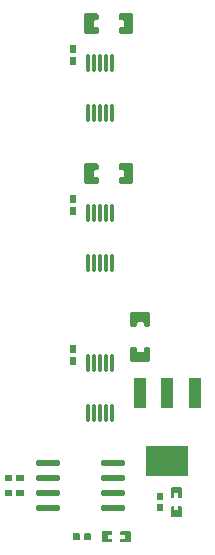
<source format=gbp>
G04 Layer: BottomPasteMaskLayer*
G04 EasyEDA v6.5.39, 2024-01-28 22:23:05*
G04 c3fe260546394cefa430cd682b94bf32,5a6b42c53f6a479593ecc07194224c93,10*
G04 Gerber Generator version 0.2*
G04 Scale: 100 percent, Rotated: No, Reflected: No *
G04 Dimensions in millimeters *
G04 leading zeros omitted , absolute positions ,4 integer and 5 decimal *
%FSLAX45Y45*%
%MOMM*%

%AMMACRO1*21,1,$1,$2,0,0,$3*%
%ADD10O,0.2800096X1.620012*%
%ADD11MACRO1,1.05X2.4648X0.0000*%
%ADD12MACRO1,3.54X2.4648X0.0000*%
%ADD13O,2.0450048X0.58801*%

%LPD*%
G36*
X1806600Y5971082D02*
G01*
X1801622Y5966104D01*
X1801622Y5921095D01*
X1806600Y5916117D01*
X1854606Y5916117D01*
X1861616Y5921095D01*
X1861616Y5966104D01*
X1854606Y5971082D01*
G37*
G36*
X1904593Y5971082D02*
G01*
X1897583Y5966104D01*
X1897583Y5921095D01*
X1904593Y5916117D01*
X1952599Y5916117D01*
X1957578Y5921095D01*
X1957578Y5966104D01*
X1952599Y5971082D01*
G37*
G36*
X2517495Y6217716D02*
G01*
X2512517Y6210706D01*
X2512517Y6162700D01*
X2517495Y6157722D01*
X2562504Y6157722D01*
X2567482Y6162700D01*
X2567482Y6210706D01*
X2562504Y6217716D01*
G37*
G36*
X2517495Y6313678D02*
G01*
X2512517Y6308699D01*
X2512517Y6260693D01*
X2517495Y6253683D01*
X2562504Y6253683D01*
X2567482Y6260693D01*
X2567482Y6308699D01*
X2562504Y6313678D01*
G37*
G36*
X1235100Y6466382D02*
G01*
X1230122Y6461404D01*
X1230122Y6416395D01*
X1235100Y6411417D01*
X1283106Y6411417D01*
X1290116Y6416395D01*
X1290116Y6461404D01*
X1283106Y6466382D01*
G37*
G36*
X1333093Y6466382D02*
G01*
X1326083Y6461404D01*
X1326083Y6416395D01*
X1333093Y6411417D01*
X1381099Y6411417D01*
X1386078Y6416395D01*
X1386078Y6461404D01*
X1381099Y6466382D01*
G37*
G36*
X1235100Y6339382D02*
G01*
X1230122Y6334404D01*
X1230122Y6289395D01*
X1235100Y6284417D01*
X1283106Y6284417D01*
X1290116Y6289395D01*
X1290116Y6334404D01*
X1283106Y6339382D01*
G37*
G36*
X1333093Y6339382D02*
G01*
X1326083Y6334404D01*
X1326083Y6289395D01*
X1333093Y6284417D01*
X1381099Y6284417D01*
X1386078Y6289395D01*
X1386078Y6334404D01*
X1381099Y6339382D01*
G37*
G36*
X2299868Y7545222D02*
G01*
X2289860Y7535214D01*
X2289860Y7434427D01*
X2299868Y7424470D01*
X2449931Y7424470D01*
X2459939Y7434427D01*
X2459939Y7535214D01*
X2449931Y7545222D01*
X2413812Y7545222D01*
X2403805Y7535214D01*
X2403805Y7514132D01*
X2393797Y7504125D01*
X2356002Y7504125D01*
X2345994Y7514132D01*
X2345994Y7535214D01*
X2335987Y7545222D01*
G37*
G36*
X2299868Y7840929D02*
G01*
X2289860Y7830972D01*
X2289860Y7730185D01*
X2299868Y7720177D01*
X2335987Y7720177D01*
X2345994Y7730185D01*
X2345994Y7751267D01*
X2356002Y7761274D01*
X2393797Y7761274D01*
X2403805Y7751267D01*
X2403805Y7730185D01*
X2413812Y7720177D01*
X2449931Y7720177D01*
X2459939Y7730185D01*
X2459939Y7830972D01*
X2449931Y7840929D01*
G37*
G36*
X1909927Y10372039D02*
G01*
X1899970Y10362031D01*
X1899970Y10211968D01*
X1909927Y10201960D01*
X2010714Y10201960D01*
X2020722Y10211968D01*
X2020722Y10248087D01*
X2010714Y10258094D01*
X1989632Y10258094D01*
X1979625Y10268102D01*
X1979625Y10305897D01*
X1989632Y10315905D01*
X2010714Y10315905D01*
X2020722Y10325912D01*
X2020722Y10362031D01*
X2010714Y10372039D01*
G37*
G36*
X2205685Y10372039D02*
G01*
X2195677Y10362031D01*
X2195677Y10325912D01*
X2205685Y10315905D01*
X2226767Y10315905D01*
X2236774Y10305897D01*
X2236774Y10268102D01*
X2226767Y10258094D01*
X2205685Y10258094D01*
X2195677Y10248087D01*
X2195677Y10211968D01*
X2205685Y10201960D01*
X2306472Y10201960D01*
X2316429Y10211968D01*
X2316429Y10362031D01*
X2306472Y10372039D01*
G37*
G36*
X1909927Y9102039D02*
G01*
X1899970Y9092031D01*
X1899970Y8941968D01*
X1909927Y8931960D01*
X2010714Y8931960D01*
X2020722Y8941968D01*
X2020722Y8978087D01*
X2010714Y8988094D01*
X1989632Y8988094D01*
X1979625Y8998102D01*
X1979625Y9035897D01*
X1989632Y9045905D01*
X2010714Y9045905D01*
X2020722Y9055912D01*
X2020722Y9092031D01*
X2010714Y9102039D01*
G37*
G36*
X2205685Y9102039D02*
G01*
X2195677Y9092031D01*
X2195677Y9055912D01*
X2205685Y9045905D01*
X2226767Y9045905D01*
X2236774Y9035897D01*
X2236774Y8998102D01*
X2226767Y8988094D01*
X2205685Y8988094D01*
X2195677Y8978087D01*
X2195677Y8941968D01*
X2205685Y8931960D01*
X2306472Y8931960D01*
X2316429Y8941968D01*
X2316429Y9092031D01*
X2306472Y9102039D01*
G37*
G36*
X2639720Y6201206D02*
G01*
X2634691Y6196177D01*
X2634691Y6116218D01*
X2639720Y6111189D01*
X2719679Y6111189D01*
X2724708Y6116218D01*
X2724708Y6196177D01*
X2719679Y6201206D01*
X2695498Y6201206D01*
X2695498Y6164173D01*
X2662478Y6164173D01*
X2662478Y6201206D01*
G37*
G36*
X2639720Y6360210D02*
G01*
X2634691Y6355181D01*
X2634691Y6276187D01*
X2639720Y6271209D01*
X2662478Y6271209D01*
X2662478Y6309207D01*
X2695498Y6309207D01*
X2695498Y6271209D01*
X2719679Y6271209D01*
X2724708Y6276187D01*
X2724708Y6355181D01*
X2719679Y6360210D01*
G37*
G36*
X2211222Y5988608D02*
G01*
X2206193Y5983579D01*
X2206193Y5959398D01*
X2243175Y5959398D01*
X2243175Y5926378D01*
X2206193Y5926378D01*
X2206193Y5903620D01*
X2211222Y5898591D01*
X2291181Y5898591D01*
X2296210Y5903620D01*
X2296210Y5983579D01*
X2291181Y5988608D01*
G37*
G36*
X2052218Y5988608D02*
G01*
X2047189Y5983579D01*
X2047189Y5903620D01*
X2052218Y5898591D01*
X2131212Y5898591D01*
X2136190Y5903620D01*
X2136190Y5926378D01*
X2098192Y5926378D01*
X2098192Y5959398D01*
X2136190Y5959398D01*
X2136190Y5983579D01*
X2131212Y5988608D01*
G37*
G36*
X1780895Y7563307D02*
G01*
X1775917Y7558278D01*
X1775917Y7505293D01*
X1780895Y7500315D01*
X1825904Y7500315D01*
X1830882Y7505293D01*
X1830882Y7558278D01*
X1825904Y7563307D01*
G37*
G36*
X1780895Y7460284D02*
G01*
X1775917Y7455306D01*
X1775917Y7402322D01*
X1780895Y7397292D01*
X1825904Y7397292D01*
X1830882Y7402322D01*
X1830882Y7455306D01*
X1825904Y7460284D01*
G37*
G36*
X1780895Y10103307D02*
G01*
X1775917Y10098278D01*
X1775917Y10045293D01*
X1780895Y10040315D01*
X1825904Y10040315D01*
X1830882Y10045293D01*
X1830882Y10098278D01*
X1825904Y10103307D01*
G37*
G36*
X1780895Y10000284D02*
G01*
X1775917Y9995306D01*
X1775917Y9942322D01*
X1780895Y9937292D01*
X1825904Y9937292D01*
X1830882Y9942322D01*
X1830882Y9995306D01*
X1825904Y10000284D01*
G37*
G36*
X1780895Y8833307D02*
G01*
X1775917Y8828278D01*
X1775917Y8775293D01*
X1780895Y8770315D01*
X1825904Y8770315D01*
X1830882Y8775293D01*
X1830882Y8828278D01*
X1825904Y8833307D01*
G37*
G36*
X1780895Y8730284D02*
G01*
X1775917Y8725306D01*
X1775917Y8672322D01*
X1780895Y8667292D01*
X1825904Y8667292D01*
X1830882Y8672322D01*
X1830882Y8725306D01*
X1825904Y8730284D01*
G37*
D10*
G01*
X2131999Y6989902D03*
G01*
X2081987Y6989902D03*
G01*
X2032000Y6989902D03*
G01*
X1981987Y6989902D03*
G01*
X1932000Y6989902D03*
G01*
X2131999Y7411897D03*
G01*
X2081987Y7411897D03*
G01*
X2032000Y7411897D03*
G01*
X1981987Y7411897D03*
G01*
X1932000Y7411897D03*
G01*
X2131999Y9529902D03*
G01*
X2081987Y9529902D03*
G01*
X2032000Y9529902D03*
G01*
X1981987Y9529902D03*
G01*
X1932000Y9529902D03*
G01*
X2131999Y9951897D03*
G01*
X2081987Y9951897D03*
G01*
X2032000Y9951897D03*
G01*
X1981987Y9951897D03*
G01*
X1932000Y9951897D03*
G01*
X2131999Y8259902D03*
G01*
X2081987Y8259902D03*
G01*
X2032000Y8259902D03*
G01*
X1981987Y8259902D03*
G01*
X1932000Y8259902D03*
G01*
X2131999Y8681897D03*
G01*
X2081987Y8681897D03*
G01*
X2032000Y8681897D03*
G01*
X1981987Y8681897D03*
G01*
X1932000Y8681897D03*
D11*
G01*
X2373502Y7156450D03*
G01*
X2603500Y7156450D03*
G01*
X2833497Y7156450D03*
D12*
G01*
X2603512Y6584950D03*
D13*
G01*
X2144140Y6565900D03*
G01*
X2144140Y6438900D03*
G01*
X2144140Y6311900D03*
G01*
X2144140Y6184900D03*
G01*
X1589659Y6565900D03*
G01*
X1589659Y6438900D03*
G01*
X1589659Y6311900D03*
G01*
X1589659Y6184900D03*
M02*

</source>
